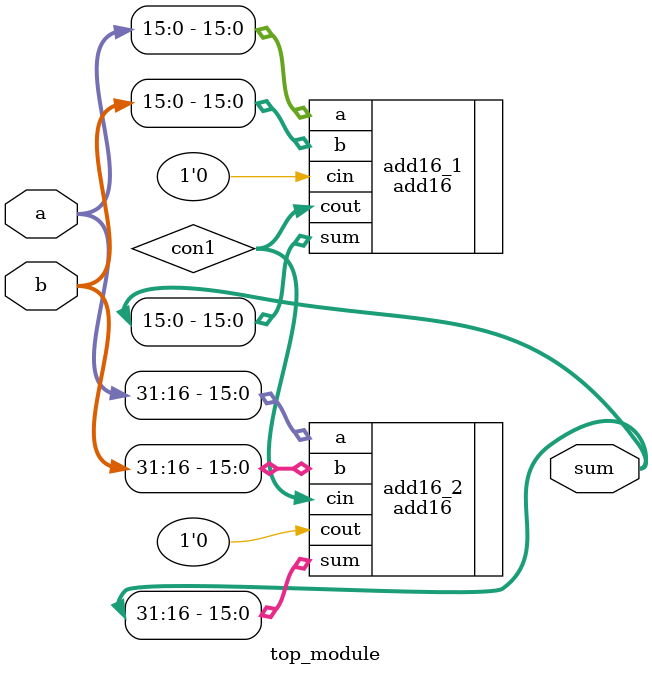
<source format=v>
module top_module(
    input [31:0] a,
    input [31:0] b,
    output [31:0] sum
);
    wire [15:0] con1;
    wire [31:0] con2;
    
    add16 add16_1 (.a(a[15:0]), .b(b[15:0]), .cin(1'b0), .cout(con1), .sum(sum[15:0]));
    add16 add16_2 (.a(a[31:16]), .b(b[31:16]), .cin(con1), .cout(1'b0), .sum(sum[31:16])); 
endmodule


</source>
